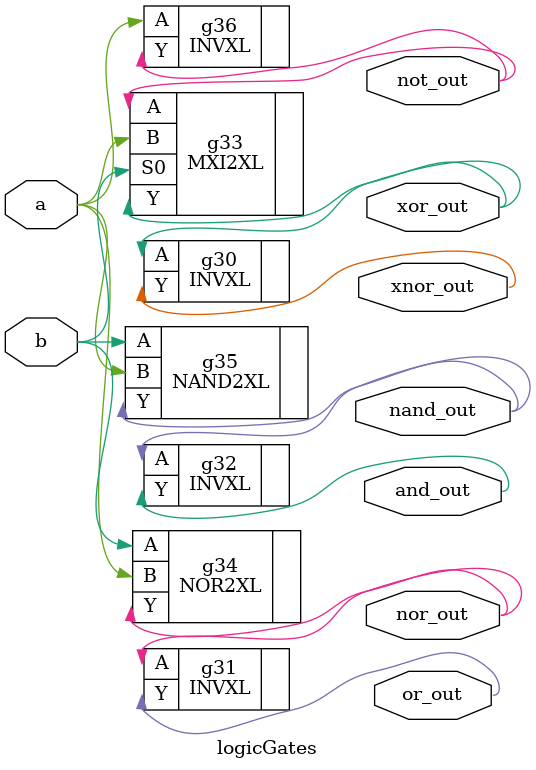
<source format=v>
/*
###############################################################
#  Generated by:      Cadence Innovus 16.21-s078_1
#  OS:                Linux x86_64(Host ID client03)
#  Generated on:      Thu Sep  5 23:14:37 2019
#  Design:            logicGates
#  Command:           saveNetlist logicGates_innovus_netlist.v
###############################################################
*/
// Generated by Cadence Genus(TM) Synthesis Solution 16.21-s018_1
// Generated on: Sep  5 2019 18:04:09 IST (Sep  5 2019 12:34:09 UTC)
// Verification Directory fv/logicGates 
module logicGates (
	a, 
	b, 
	and_out, 
	nand_out, 
	or_out, 
	nor_out, 
	xor_out, 
	xnor_out, 
	not_out);
   input a;
   input b;
   output and_out;
   output nand_out;
   output or_out;
   output nor_out;
   output xor_out;
   output xnor_out;
   output not_out;

   INVXL g30 (.A(xor_out),
	.Y(xnor_out));
   MXI2XL g33 (.A(not_out),
	.B(a),
	.S0(b),
	.Y(xor_out));
   INVXL g31 (.A(nor_out),
	.Y(or_out));
   INVXL g32 (.A(nand_out),
	.Y(and_out));
   NOR2XL g34 (.A(b),
	.B(a),
	.Y(nor_out));
   NAND2XL g35 (.A(b),
	.B(a),
	.Y(nand_out));
   INVXL g36 (.A(a),
	.Y(not_out));
endmodule


</source>
